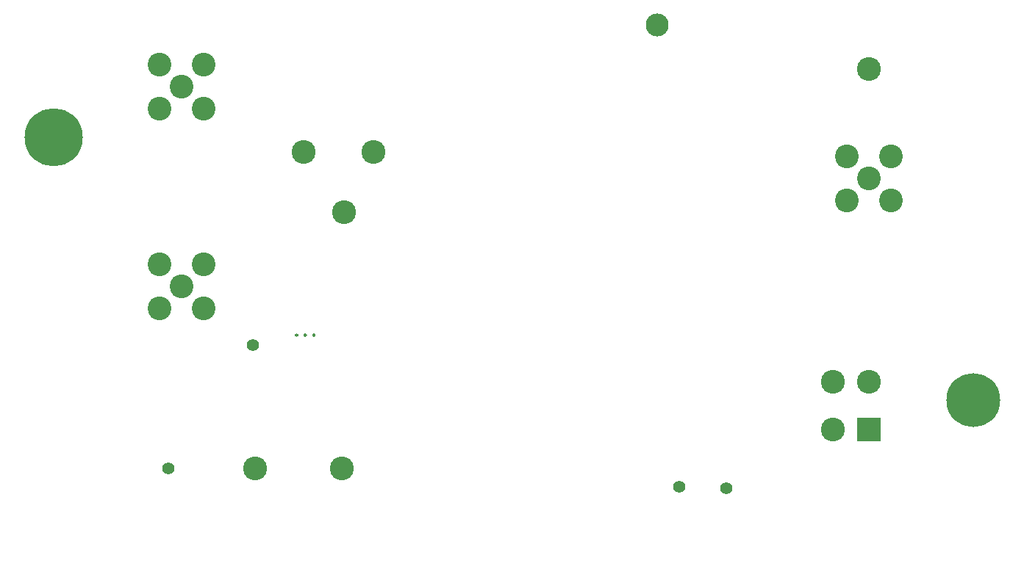
<source format=gbs>
G04 Layer_Color=16711935*
%FSLAX44Y44*%
%MOMM*%
G71*
G01*
G75*
%ADD104C,2.7400*%
%ADD105C,2.7432*%
%ADD106R,2.7432X2.7432*%
%ADD107C,1.4032*%
%ADD108C,2.6400*%
%ADD109C,6.2000*%
%ADD110C,6.7000*%
%ADD111C,0.0000*%
G36*
X10848781Y2381134D02*
X10849442Y2380692D01*
X10849884Y2380030D01*
X10850039Y2379250D01*
X10849884Y2378470D01*
X10849442Y2377808D01*
X10848781Y2377366D01*
X10848000Y2377211D01*
X10847219Y2377366D01*
X10846558Y2377808D01*
X10846116Y2378470D01*
X10845961Y2379250D01*
X10846116Y2380030D01*
X10846558Y2380692D01*
X10847219Y2381134D01*
X10848000Y2381289D01*
X10848781Y2381134D01*
D02*
G37*
G36*
X10858781D02*
X10859442Y2380692D01*
X10859884Y2380030D01*
X10860039Y2379250D01*
X10859884Y2378470D01*
X10859442Y2377808D01*
X10858781Y2377366D01*
X10858000Y2377211D01*
X10857219Y2377366D01*
X10856558Y2377808D01*
X10856116Y2378470D01*
X10855961Y2379250D01*
X10856116Y2380030D01*
X10856558Y2380692D01*
X10857219Y2381134D01*
X10858000Y2381289D01*
X10858781Y2381134D01*
D02*
G37*
G36*
X10868781D02*
X10869442Y2380692D01*
X10869884Y2380030D01*
X10870039Y2379250D01*
X10869884Y2378470D01*
X10869442Y2377808D01*
X10868781Y2377366D01*
X10868000Y2377211D01*
X10867219Y2377366D01*
X10866558Y2377808D01*
X10866116Y2378470D01*
X10865961Y2379250D01*
X10866116Y2380030D01*
X10866558Y2380692D01*
X10867219Y2381134D01*
X10868000Y2381289D01*
X10868781Y2381134D01*
D02*
G37*
D104*
X10715500Y2665500D02*
D03*
X10690100Y2690900D02*
D03*
Y2640100D02*
D03*
X10740900D02*
D03*
Y2690900D02*
D03*
X11532400Y2584900D02*
D03*
Y2534100D02*
D03*
X11481600D02*
D03*
Y2584900D02*
D03*
X11507000Y2559500D02*
D03*
X10740900Y2460900D02*
D03*
Y2410100D02*
D03*
X10690100D02*
D03*
Y2460900D02*
D03*
X10715500Y2435500D02*
D03*
D105*
X11507500Y2325000D02*
D03*
X11465500Y2270000D02*
D03*
Y2325000D02*
D03*
X10900251Y2225087D02*
D03*
X10800251D02*
D03*
X10856252Y2590087D02*
D03*
X11507252Y2686087D02*
D03*
X10936252Y2590087D02*
D03*
X10902274Y2520905D02*
D03*
D106*
X11507500Y2270000D02*
D03*
D107*
X11289017Y2204032D02*
D03*
X10700017Y2225032D02*
D03*
X10798032Y2367232D02*
D03*
X11342517Y2202532D02*
D03*
D108*
X11263500Y2736500D02*
D03*
D109*
X11627058Y2304234D02*
D03*
D110*
X10568000Y2607000D02*
D03*
D111*
X11349872Y2674174D02*
D03*
X11090000Y2200000D02*
D03*
X11115000Y2400000D02*
D03*
X11550000D02*
D03*
X11525000D02*
D03*
X11500000D02*
D03*
X11550000Y2425000D02*
D03*
X11525000D02*
D03*
X11500000D02*
D03*
X11525000Y2450000D02*
D03*
X11500000D02*
D03*
X11475000Y2400000D02*
D03*
Y2425000D02*
D03*
Y2450000D02*
D03*
X11450000Y2400000D02*
D03*
Y2425000D02*
D03*
Y2450000D02*
D03*
X11425000Y2400000D02*
D03*
Y2425000D02*
D03*
Y2450000D02*
D03*
X11400000Y2425000D02*
D03*
Y2450000D02*
D03*
X11375000D02*
D03*
X11350000D02*
D03*
X11325000D02*
D03*
X11300000D02*
D03*
X11275000D02*
D03*
X11250000D02*
D03*
X11225000D02*
D03*
X11375000Y2425000D02*
D03*
X11350000D02*
D03*
X11325000D02*
D03*
X11300000D02*
D03*
X11275000D02*
D03*
X11250000D02*
D03*
X11225000D02*
D03*
X11400000Y2400000D02*
D03*
X11375000D02*
D03*
X11350000D02*
D03*
X11325000D02*
D03*
X11300000D02*
D03*
X11275000D02*
D03*
X11250000D02*
D03*
X11225000D02*
D03*
X11475000Y2375000D02*
D03*
X11450000D02*
D03*
X11425000D02*
D03*
X11400000D02*
D03*
X11375000D02*
D03*
X11350000D02*
D03*
X11325000D02*
D03*
X11300000D02*
D03*
X11275000D02*
D03*
X11250000D02*
D03*
X11225000D02*
D03*
X11200000D02*
D03*
Y2400000D02*
D03*
Y2425000D02*
D03*
X11175000Y2375000D02*
D03*
Y2400000D02*
D03*
Y2425000D02*
D03*
X11200000Y2450000D02*
D03*
X11350000Y2475000D02*
D03*
X11325000D02*
D03*
X11300000D02*
D03*
X11275000D02*
D03*
X11250000D02*
D03*
X11225000D02*
D03*
X11200000D02*
D03*
X11375000D02*
D03*
X11400000D02*
D03*
X11425000D02*
D03*
X11450000D02*
D03*
X11475000D02*
D03*
X11500000D02*
D03*
X11525000D02*
D03*
X11500000Y2375000D02*
D03*
X11525000D02*
D03*
X11550000Y2175000D02*
D03*
X11525000D02*
D03*
X11500000D02*
D03*
X11475000D02*
D03*
X11450000D02*
D03*
X11425000D02*
D03*
X11400000D02*
D03*
X11375000D02*
D03*
X11350000D02*
D03*
X11325000D02*
D03*
X11300000D02*
D03*
X11275000D02*
D03*
X11250000D02*
D03*
X11575000Y2200000D02*
D03*
X11550000D02*
D03*
X11525000D02*
D03*
X11500000D02*
D03*
X11450000D02*
D03*
X11475000D02*
D03*
Y2245000D02*
D03*
X11450000Y2250000D02*
D03*
Y2225000D02*
D03*
X11475000D02*
D03*
X11500000D02*
D03*
X11525000D02*
D03*
X11550000D02*
D03*
X11575000D02*
D03*
Y2250000D02*
D03*
X11550000D02*
D03*
Y2275000D02*
D03*
X11575000D02*
D03*
X11550000Y2375000D02*
D03*
Y2350000D02*
D03*
Y2300000D02*
D03*
X11575000D02*
D03*
Y2325000D02*
D03*
Y2350000D02*
D03*
Y2375000D02*
D03*
Y2400000D02*
D03*
Y2425000D02*
D03*
X11425000Y2200000D02*
D03*
X11400000D02*
D03*
Y2225000D02*
D03*
X11425000D02*
D03*
Y2250000D02*
D03*
Y2275000D02*
D03*
X11400000Y2250000D02*
D03*
Y2275000D02*
D03*
X11375000Y2200000D02*
D03*
Y2225000D02*
D03*
Y2250000D02*
D03*
Y2275000D02*
D03*
X11325000D02*
D03*
Y2250000D02*
D03*
Y2225000D02*
D03*
X11300000D02*
D03*
X11325000Y2200000D02*
D03*
X11275000D02*
D03*
X11250000D02*
D03*
X11225000Y2350000D02*
D03*
X11175000D02*
D03*
X11200000D02*
D03*
Y2325000D02*
D03*
Y2150000D02*
D03*
X11225000D02*
D03*
Y2175000D02*
D03*
Y2200000D02*
D03*
X11210000Y2225000D02*
D03*
X11200000Y2235000D02*
D03*
X11175000D02*
D03*
X11195000Y2265000D02*
D03*
Y2280000D02*
D03*
Y2290000D02*
D03*
X11180000Y2265000D02*
D03*
Y2280000D02*
D03*
Y2290000D02*
D03*
X11195000Y2250000D02*
D03*
X11180000D02*
D03*
X11195000Y2300000D02*
D03*
X11180000D02*
D03*
X11050000Y2200000D02*
D03*
Y2175000D02*
D03*
Y2150000D02*
D03*
Y2125000D02*
D03*
X11075000D02*
D03*
X11175000D02*
D03*
X11150000D02*
D03*
X11125000D02*
D03*
X11100000D02*
D03*
X11165000Y2170000D02*
D03*
X11100000D02*
D03*
X11125000D02*
D03*
X11145000D02*
D03*
Y2190000D02*
D03*
X11100000Y2215000D02*
D03*
X11125000D02*
D03*
X11145000D02*
D03*
X11155000Y2235000D02*
D03*
Y2245000D02*
D03*
X11100000Y2275000D02*
D03*
Y2300000D02*
D03*
Y2325000D02*
D03*
X11050000D02*
D03*
X11075000D02*
D03*
Y2300000D02*
D03*
X11050000Y2275000D02*
D03*
X11075000D02*
D03*
Y2250000D02*
D03*
X11050000D02*
D03*
X11025000Y2200000D02*
D03*
X10725000Y2225000D02*
D03*
Y2200000D02*
D03*
X10650000D02*
D03*
X10675000D02*
D03*
Y2225000D02*
D03*
X10650000D02*
D03*
X10750000Y2200000D02*
D03*
Y2220000D02*
D03*
X10800000Y2200000D02*
D03*
X10775000D02*
D03*
Y2225000D02*
D03*
X10825000Y2200000D02*
D03*
Y2225000D02*
D03*
X10850000Y2200000D02*
D03*
Y2225000D02*
D03*
X10875000D02*
D03*
Y2200000D02*
D03*
X10900000D02*
D03*
X10925000D02*
D03*
X10950000D02*
D03*
X10975000D02*
D03*
X11000000D02*
D03*
X10925000Y2225000D02*
D03*
X10950000D02*
D03*
X10975000D02*
D03*
X11000000D02*
D03*
X10975000Y2250000D02*
D03*
X10950000D02*
D03*
X10925000D02*
D03*
X10875000D02*
D03*
X10850000D02*
D03*
X10825000D02*
D03*
X10800000D02*
D03*
X10775000D02*
D03*
X10750000D02*
D03*
X10725000D02*
D03*
X11025000Y2275000D02*
D03*
X10975000Y2300000D02*
D03*
X11000000D02*
D03*
Y2325000D02*
D03*
X10950000Y2300000D02*
D03*
X10925000D02*
D03*
X10875000D02*
D03*
X10850000D02*
D03*
X10825000D02*
D03*
X10800000D02*
D03*
X10775000D02*
D03*
X10750000D02*
D03*
X10725000D02*
D03*
X10675000Y2250000D02*
D03*
X10650000D02*
D03*
X10625000D02*
D03*
Y2275000D02*
D03*
X10650000D02*
D03*
X10675000D02*
D03*
Y2300000D02*
D03*
X10650000D02*
D03*
X10625000D02*
D03*
X10600000Y2275000D02*
D03*
Y2300000D02*
D03*
X10950000Y2320000D02*
D03*
X10925000D02*
D03*
X10830000Y2700000D02*
D03*
X10815000Y2685000D02*
D03*
X10920000Y2675000D02*
D03*
Y2635000D02*
D03*
Y2610000D02*
D03*
X10805000Y2555000D02*
D03*
X10820000Y2640000D02*
D03*
X10750000Y2620000D02*
D03*
X10725000D02*
D03*
X10750000Y2665000D02*
D03*
X10715000Y2700000D02*
D03*
X10775000D02*
D03*
X10725000Y2600000D02*
D03*
X10700000D02*
D03*
X10650000Y2575000D02*
D03*
Y2600000D02*
D03*
X10675000D02*
D03*
Y2625000D02*
D03*
X10650000D02*
D03*
X10675000Y2650000D02*
D03*
Y2675000D02*
D03*
X10650000Y2650000D02*
D03*
X10625000D02*
D03*
Y2675000D02*
D03*
X10650000D02*
D03*
Y2700000D02*
D03*
X10625000D02*
D03*
Y2725000D02*
D03*
X10650000D02*
D03*
X10675000D02*
D03*
X10700000D02*
D03*
X10725000D02*
D03*
X10750000D02*
D03*
X10775000D02*
D03*
X10800000D02*
D03*
X10825000D02*
D03*
X10875000D02*
D03*
X10900000Y2700000D02*
D03*
Y2725000D02*
D03*
X10925000D02*
D03*
Y2700000D02*
D03*
X10950000Y2675000D02*
D03*
X10975000Y2700000D02*
D03*
X10950000D02*
D03*
Y2725000D02*
D03*
X10975000D02*
D03*
X11000000D02*
D03*
Y2700000D02*
D03*
X11025000D02*
D03*
Y2725000D02*
D03*
X11050000Y2700000D02*
D03*
Y2725000D02*
D03*
X11075000D02*
D03*
X11100000D02*
D03*
X11125000D02*
D03*
X11150000D02*
D03*
X11175000D02*
D03*
X11200000D02*
D03*
X11225000D02*
D03*
X11250000D02*
D03*
X11150000Y2700000D02*
D03*
X11175000D02*
D03*
X11200000D02*
D03*
X11225000D02*
D03*
X11250000D02*
D03*
X11275000D02*
D03*
X11300000D02*
D03*
Y2725000D02*
D03*
X11325000D02*
D03*
X11350000D02*
D03*
X11375000D02*
D03*
X11400000D02*
D03*
X11425000D02*
D03*
X11450000D02*
D03*
Y2650000D02*
D03*
X11455000Y2675000D02*
D03*
X11475000D02*
D03*
X11525000Y2650000D02*
D03*
X11550000D02*
D03*
Y2670000D02*
D03*
Y2700000D02*
D03*
Y2725000D02*
D03*
X11525000D02*
D03*
X11500000D02*
D03*
X11475000D02*
D03*
Y2700000D02*
D03*
X11450000D02*
D03*
X11425000D02*
D03*
X11400000D02*
D03*
X11475000Y2650000D02*
D03*
X11375000Y2700000D02*
D03*
X11325000D02*
D03*
X11350000D02*
D03*
X11325000Y2675000D02*
D03*
X11300000D02*
D03*
X11275000D02*
D03*
Y2650000D02*
D03*
X11300000D02*
D03*
X11325000D02*
D03*
X11350000D02*
D03*
X11400000Y2625000D02*
D03*
X11375000D02*
D03*
X11350000D02*
D03*
X11325000D02*
D03*
X11300000D02*
D03*
X11275000D02*
D03*
X11175000Y2475000D02*
D03*
Y2450000D02*
D03*
X11125000D02*
D03*
X11150000D02*
D03*
X10965000D02*
D03*
X10625000Y2550000D02*
D03*
X10650000D02*
D03*
Y2525000D02*
D03*
X10700000D02*
D03*
X10675000D02*
D03*
X10740000D02*
D03*
X10750000Y2485000D02*
D03*
X10700000D02*
D03*
X10675000D02*
D03*
X10665000Y2400000D02*
D03*
Y2425000D02*
D03*
Y2450000D02*
D03*
Y2475000D02*
D03*
X11425000Y2625000D02*
D03*
X11450000D02*
D03*
X11475000D02*
D03*
X11375000Y2580000D02*
D03*
X11400000D02*
D03*
X11425000D02*
D03*
X11450000D02*
D03*
Y2600000D02*
D03*
X11425000D02*
D03*
X11400000D02*
D03*
X11375000D02*
D03*
X11350000D02*
D03*
X11325000D02*
D03*
X11300000D02*
D03*
X11275000D02*
D03*
X11250000D02*
D03*
Y2625000D02*
D03*
Y2650000D02*
D03*
Y2675000D02*
D03*
X11225000D02*
D03*
X11200000D02*
D03*
X11175000D02*
D03*
X11575000Y2450000D02*
D03*
X11550000D02*
D03*
Y2475000D02*
D03*
X11575000D02*
D03*
X11550000Y2525000D02*
D03*
Y2550000D02*
D03*
Y2600000D02*
D03*
X11525000Y2625000D02*
D03*
X11550000D02*
D03*
X11575000D02*
D03*
Y2600000D02*
D03*
Y2575000D02*
D03*
Y2550000D02*
D03*
Y2525000D02*
D03*
Y2500000D02*
D03*
X11550000D02*
D03*
X11525000D02*
D03*
X11500000D02*
D03*
X11475000D02*
D03*
X11450000Y2525000D02*
D03*
Y2500000D02*
D03*
X11425000Y2525000D02*
D03*
Y2500000D02*
D03*
X11400000D02*
D03*
Y2525000D02*
D03*
X11375000D02*
D03*
Y2500000D02*
D03*
X11350000D02*
D03*
Y2525000D02*
D03*
X11325000Y2500000D02*
D03*
X11275000Y2525000D02*
D03*
X11325000D02*
D03*
X11300000D02*
D03*
Y2500000D02*
D03*
X11275000D02*
D03*
X11250000D02*
D03*
X11225000D02*
D03*
X11200000D02*
D03*
X11175000D02*
D03*
X11190000Y2525000D02*
D03*
Y2550000D02*
D03*
Y2575000D02*
D03*
X11150000Y2675000D02*
D03*
X11130000Y2650000D02*
D03*
Y2625000D02*
D03*
Y2610000D02*
D03*
X11175000Y2575000D02*
D03*
Y2550000D02*
D03*
Y2525000D02*
D03*
X11150000Y2500000D02*
D03*
Y2475000D02*
D03*
X11125000Y2675000D02*
D03*
Y2700000D02*
D03*
X11100000Y2675000D02*
D03*
Y2700000D02*
D03*
X11075000D02*
D03*
Y2675000D02*
D03*
X11050000Y2650000D02*
D03*
Y2675000D02*
D03*
X11025000D02*
D03*
Y2650000D02*
D03*
X11000000D02*
D03*
Y2675000D02*
D03*
X10975000D02*
D03*
Y2650000D02*
D03*
X11050000Y2625000D02*
D03*
X11025000D02*
D03*
X11000000D02*
D03*
X10975000D02*
D03*
X10950000D02*
D03*
Y2605000D02*
D03*
X10975000D02*
D03*
X11000000D02*
D03*
X11050000D02*
D03*
X11025000D02*
D03*
X10840000Y2610000D02*
D03*
X10875000Y2605000D02*
D03*
X10880000Y2570000D02*
D03*
X10915000D02*
D03*
X10935000D02*
D03*
X10965000D02*
D03*
X10825000Y2455000D02*
D03*
X11035000Y2230000D02*
D03*
X10625000Y2350000D02*
D03*
Y2375000D02*
D03*
Y2400000D02*
D03*
Y2425000D02*
D03*
Y2450000D02*
D03*
Y2470000D02*
D03*
Y2500000D02*
D03*
Y2525000D02*
D03*
X10855000Y2625000D02*
D03*
X10860000Y2550000D02*
D03*
X10835000Y2525000D02*
D03*
Y2500000D02*
D03*
X10925000Y2475000D02*
D03*
X10900000D02*
D03*
X10875000D02*
D03*
X10775000D02*
D03*
Y2450000D02*
D03*
Y2425000D02*
D03*
Y2400000D02*
D03*
X10700000Y2375000D02*
D03*
X10675000D02*
D03*
X10625000Y2625000D02*
D03*
Y2600000D02*
D03*
Y2575000D02*
D03*
X10600000Y2550000D02*
D03*
Y2525000D02*
D03*
Y2500000D02*
D03*
Y2475000D02*
D03*
Y2450000D02*
D03*
Y2425000D02*
D03*
Y2400000D02*
D03*
Y2375000D02*
D03*
Y2350000D02*
D03*
Y2325000D02*
D03*
X10625000D02*
D03*
X10650000D02*
D03*
X10675000D02*
D03*
X10725000Y2320000D02*
D03*
X10750000D02*
D03*
X10775000D02*
D03*
X10800000D02*
D03*
X10875000D02*
D03*
X10850000D02*
D03*
X10820000D02*
D03*
X10925000Y2385000D02*
D03*
Y2400000D02*
D03*
X10885000Y2405000D02*
D03*
X10920000Y2420000D02*
D03*
X10819500Y2421000D02*
D03*
X10858000Y2408000D02*
D03*
M02*

</source>
